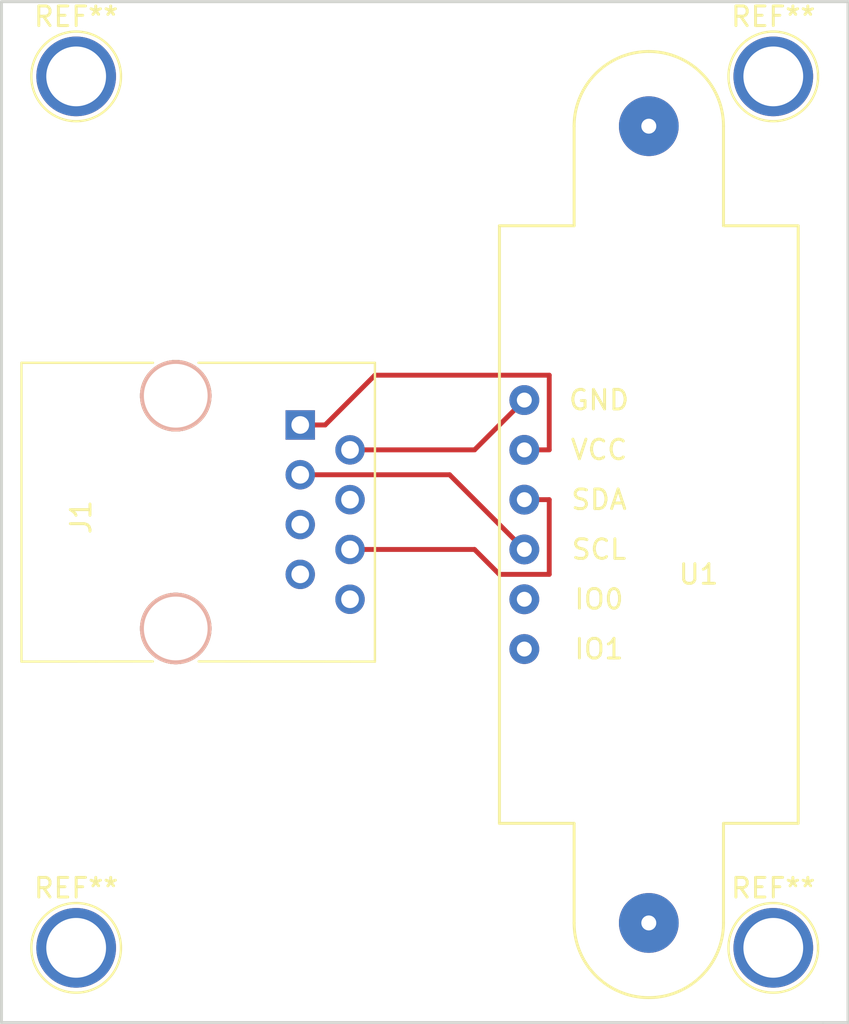
<source format=kicad_pcb>
(kicad_pcb (version 4) (host pcbnew 4.0.6)

  (general
    (links 4)
    (no_connects 0)
    (area 184.074999 68.504999 226.135001 119.455001)
    (thickness 1.6)
    (drawings 6)
    (tracks 14)
    (zones 0)
    (modules 6)
    (nets 11)
  )

  (page A4)
  (title_block
    (title pod_health_time_of_flight_board)
  )

  (layers
    (0 F.Cu signal)
    (31 B.Cu signal)
    (32 B.Adhes user)
    (33 F.Adhes user)
    (34 B.Paste user)
    (35 F.Paste user)
    (36 B.SilkS user)
    (37 F.SilkS user)
    (38 B.Mask user)
    (39 F.Mask user)
    (40 Dwgs.User user)
    (41 Cmts.User user)
    (42 Eco1.User user)
    (43 Eco2.User user)
    (44 Edge.Cuts user)
    (45 Margin user)
    (46 B.CrtYd user)
    (47 F.CrtYd user)
    (48 B.Fab user)
    (49 F.Fab user)
  )

  (setup
    (last_trace_width 0.25)
    (trace_clearance 0.2)
    (zone_clearance 0.508)
    (zone_45_only no)
    (trace_min 0.2)
    (segment_width 0.2)
    (edge_width 0.15)
    (via_size 0.6)
    (via_drill 0.4)
    (via_min_size 0.4)
    (via_min_drill 0.3)
    (uvia_size 0.3)
    (uvia_drill 0.1)
    (uvias_allowed no)
    (uvia_min_size 0.2)
    (uvia_min_drill 0.1)
    (pcb_text_width 0.3)
    (pcb_text_size 1.5 1.5)
    (mod_edge_width 0.15)
    (mod_text_size 1 1)
    (mod_text_width 0.15)
    (pad_size 1.524 1.524)
    (pad_drill 0.762)
    (pad_to_mask_clearance 0.2)
    (aux_axis_origin 0 0)
    (visible_elements 7FFFFFFF)
    (pcbplotparams
      (layerselection 0x00030_80000001)
      (usegerberextensions false)
      (excludeedgelayer true)
      (linewidth 0.100000)
      (plotframeref false)
      (viasonmask false)
      (mode 1)
      (useauxorigin false)
      (hpglpennumber 1)
      (hpglpenspeed 20)
      (hpglpendiameter 15)
      (hpglpenoverlay 2)
      (psnegative false)
      (psa4output false)
      (plotreference true)
      (plotvalue true)
      (plotinvisibletext false)
      (padsonsilk false)
      (subtractmaskfromsilk false)
      (outputformat 1)
      (mirror false)
      (drillshape 1)
      (scaleselection 1)
      (outputdirectory ""))
  )

  (net 0 "")
  (net 1 "Net-(J1-Pad1)")
  (net 2 "Net-(J1-Pad2)")
  (net 3 "Net-(J1-Pad3)")
  (net 4 "Net-(J1-Pad4)")
  (net 5 "Net-(J1-Pad5)")
  (net 6 "Net-(J1-Pad6)")
  (net 7 "Net-(J1-Pad7)")
  (net 8 "Net-(J1-Pad8)")
  (net 9 "Net-(U1-Pad2)")
  (net 10 "Net-(U1-Pad1)")

  (net_class Default "This is the default net class."
    (clearance 0.2)
    (trace_width 0.25)
    (via_dia 0.6)
    (via_drill 0.4)
    (uvia_dia 0.3)
    (uvia_drill 0.1)
    (add_net "Net-(J1-Pad1)")
    (add_net "Net-(J1-Pad2)")
    (add_net "Net-(J1-Pad3)")
    (add_net "Net-(J1-Pad4)")
    (add_net "Net-(J1-Pad5)")
    (add_net "Net-(J1-Pad6)")
    (add_net "Net-(J1-Pad7)")
    (add_net "Net-(J1-Pad8)")
    (add_net "Net-(U1-Pad1)")
    (add_net "Net-(U1-Pad2)")
  )

  (module Connectors:RJ45_8 (layer F.Cu) (tedit 0) (tstamp 58ED4F37)
    (at 199.39 88.9 270)
    (tags RJ45)
    (path /58D9D58C)
    (fp_text reference J1 (at 4.7 11.18 270) (layer F.SilkS)
      (effects (font (size 1 1) (thickness 0.15)))
    )
    (fp_text value RJ45 (at 4.59 6.25 270) (layer F.Fab)
      (effects (font (size 1 1) (thickness 0.15)))
    )
    (fp_line (start -3.17 14.22) (end 12.07 14.22) (layer F.SilkS) (width 0.12))
    (fp_line (start 12.07 -3.81) (end 12.06 5.18) (layer F.SilkS) (width 0.12))
    (fp_line (start 12.07 -3.81) (end -3.17 -3.81) (layer F.SilkS) (width 0.12))
    (fp_line (start -3.17 -3.81) (end -3.17 5.19) (layer F.SilkS) (width 0.12))
    (fp_line (start 12.06 7.52) (end 12.07 14.22) (layer F.SilkS) (width 0.12))
    (fp_line (start -3.17 7.51) (end -3.17 14.22) (layer F.SilkS) (width 0.12))
    (fp_line (start -3.56 -4.06) (end 12.46 -4.06) (layer F.CrtYd) (width 0.05))
    (fp_line (start -3.56 -4.06) (end -3.56 14.47) (layer F.CrtYd) (width 0.05))
    (fp_line (start 12.46 14.47) (end 12.46 -4.06) (layer F.CrtYd) (width 0.05))
    (fp_line (start 12.46 14.47) (end -3.56 14.47) (layer F.CrtYd) (width 0.05))
    (pad Hole np_thru_hole circle (at 10.38 6.35 270) (size 3.65 3.65) (drill 3.25) (layers *.Cu *.SilkS *.Mask))
    (pad Hole np_thru_hole circle (at -1.49 6.35 270) (size 3.65 3.65) (drill 3.25) (layers *.Cu *.SilkS *.Mask))
    (pad 1 thru_hole rect (at 0 0 270) (size 1.5 1.5) (drill 0.9) (layers *.Cu *.Mask)
      (net 1 "Net-(J1-Pad1)"))
    (pad 2 thru_hole circle (at 1.27 -2.54 270) (size 1.5 1.5) (drill 0.9) (layers *.Cu *.Mask)
      (net 2 "Net-(J1-Pad2)"))
    (pad 3 thru_hole circle (at 2.54 0 270) (size 1.5 1.5) (drill 0.9) (layers *.Cu *.Mask)
      (net 3 "Net-(J1-Pad3)"))
    (pad 4 thru_hole circle (at 3.81 -2.54 270) (size 1.5 1.5) (drill 0.9) (layers *.Cu *.Mask)
      (net 4 "Net-(J1-Pad4)"))
    (pad 5 thru_hole circle (at 5.08 0 270) (size 1.5 1.5) (drill 0.9) (layers *.Cu *.Mask)
      (net 5 "Net-(J1-Pad5)"))
    (pad 6 thru_hole circle (at 6.35 -2.54 270) (size 1.5 1.5) (drill 0.9) (layers *.Cu *.Mask)
      (net 6 "Net-(J1-Pad6)"))
    (pad 7 thru_hole circle (at 7.62 0 270) (size 1.5 1.5) (drill 0.9) (layers *.Cu *.Mask)
      (net 7 "Net-(J1-Pad7)"))
    (pad 8 thru_hole circle (at 8.89 -2.54 270) (size 1.5 1.5) (drill 0.9) (layers *.Cu *.Mask)
      (net 8 "Net-(J1-Pad8)"))
    (model Connectors.3dshapes/RJ45_8.wrl
      (at (xyz 0.18 -0.25 0))
      (scale (xyz 0.4 0.4 0.4))
      (rotate (xyz 0 0 0))
    )
  )

  (module vl1680_footprint:VL6180 (layer F.Cu) (tedit 58ED4D74) (tstamp 58ED4F57)
    (at 213.36 93.98)
    (descr "VL6180 footprint")
    (path /58DA9061)
    (fp_text reference U1 (at 6.35 2.54) (layer F.SilkS)
      (effects (font (size 1 1) (thickness 0.15)))
    )
    (fp_text value VL6180 (at 6.35 -1.27) (layer F.Fab)
      (effects (font (size 1 1) (thickness 0.15)))
    )
    (fp_arc (start 3.81 20.32) (end 7.62 20.32) (angle 90) (layer F.SilkS) (width 0.15))
    (fp_arc (start 3.81 20.32) (end 3.81 24.13) (angle 90) (layer F.SilkS) (width 0.15))
    (fp_arc (start 3.81 -20.32) (end 3.81 -24.13) (angle 90) (layer F.SilkS) (width 0.15))
    (fp_arc (start 3.81 -20.32) (end 0 -20.32) (angle 90) (layer F.SilkS) (width 0.15))
    (fp_line (start 7.62 15.24) (end 7.62 20.32) (layer F.SilkS) (width 0.15))
    (fp_line (start 0 15.24) (end 0 20.32) (layer F.SilkS) (width 0.15))
    (fp_line (start 7.62 -15.24) (end 7.62 -20.32) (layer F.SilkS) (width 0.15))
    (fp_line (start 0 -15.24) (end 0 -20.32) (layer F.SilkS) (width 0.15))
    (fp_line (start -3.81 15.24) (end 0 15.24) (layer F.SilkS) (width 0.15))
    (fp_line (start 11.43 15.24) (end 7.62 15.24) (layer F.SilkS) (width 0.15))
    (fp_line (start 11.43 -15.24) (end 7.62 -15.24) (layer F.SilkS) (width 0.15))
    (fp_line (start -3.81 -15.24) (end 0 -15.24) (layer F.SilkS) (width 0.15))
    (fp_line (start 11.43 15.24) (end 11.43 -15.24) (layer F.SilkS) (width 0.15))
    (fp_line (start -3.81 -15.24) (end -3.81 15.24) (layer F.SilkS) (width 0.15))
    (fp_text user SDA (at 1.27 -1.27) (layer F.SilkS)
      (effects (font (size 1 1) (thickness 0.15)))
    )
    (fp_text user SCL (at 1.27 1.27 180) (layer F.SilkS)
      (effects (font (size 1 1) (thickness 0.15)))
    )
    (fp_text user GND (at 1.27 -6.35) (layer F.SilkS)
      (effects (font (size 1 1) (thickness 0.15)))
    )
    (fp_text user VCC (at 1.27 -3.81) (layer F.SilkS)
      (effects (font (size 1 1) (thickness 0.15)))
    )
    (fp_text user IO0 (at 1.27 3.81 180) (layer F.SilkS)
      (effects (font (size 1 1) (thickness 0.15)))
    )
    (fp_text user IO1 (at 1.27 6.35 180) (layer F.SilkS)
      (effects (font (size 1 1) (thickness 0.15)))
    )
    (pad 3 thru_hole circle (at -2.54 1.27) (size 1.524 1.524) (drill 0.762) (layers *.Cu *.Mask)
      (net 3 "Net-(J1-Pad3)"))
    (pad 4 thru_hole circle (at -2.54 -1.27) (size 1.524 1.524) (drill 0.762) (layers *.Cu *.Mask)
      (net 6 "Net-(J1-Pad6)"))
    (pad 5 thru_hole circle (at -2.54 -3.81) (size 1.524 1.524) (drill 0.762) (layers *.Cu *.Mask)
      (net 1 "Net-(J1-Pad1)"))
    (pad 2 thru_hole circle (at -2.54 3.81) (size 1.524 1.524) (drill 0.762) (layers *.Cu *.Mask)
      (net 9 "Net-(U1-Pad2)"))
    (pad 1 thru_hole circle (at -2.54 6.35) (size 1.524 1.524) (drill 0.762) (layers *.Cu *.Mask)
      (net 10 "Net-(U1-Pad1)"))
    (pad 6 thru_hole circle (at -2.54 -6.35) (size 1.524 1.524) (drill 0.762) (layers *.Cu *.Mask)
      (net 2 "Net-(J1-Pad2)"))
    (pad "" np_thru_hole circle (at 3.81 -20.32) (size 3.048 3.048) (drill 0.762) (layers *.Cu *.Mask))
    (pad "" np_thru_hole circle (at 3.81 20.32) (size 3.048 3.048) (drill 0.762) (layers *.Cu *.Mask))
  )

  (module Connectors:1pin (layer F.Cu) (tedit 5861332C) (tstamp 58ED95E0)
    (at 223.52 71.12)
    (descr "module 1 pin (ou trou mecanique de percage)")
    (tags DEV)
    (fp_text reference REF** (at 0 -3.048) (layer F.SilkS)
      (effects (font (size 1 1) (thickness 0.15)))
    )
    (fp_text value 1pin (at 0 3) (layer F.Fab)
      (effects (font (size 1 1) (thickness 0.15)))
    )
    (fp_circle (center 0 0) (end 2 0.8) (layer F.Fab) (width 0.1))
    (fp_circle (center 0 0) (end 2.6 0) (layer F.CrtYd) (width 0.05))
    (fp_circle (center 0 0) (end 0 -2.286) (layer F.SilkS) (width 0.12))
    (pad 1 thru_hole circle (at 0 0) (size 4.064 4.064) (drill 3.048) (layers *.Cu *.Mask))
  )

  (module Connectors:1pin (layer F.Cu) (tedit 5861332C) (tstamp 58ED95E5)
    (at 187.96 71.12)
    (descr "module 1 pin (ou trou mecanique de percage)")
    (tags DEV)
    (fp_text reference REF** (at 0 -3.048) (layer F.SilkS)
      (effects (font (size 1 1) (thickness 0.15)))
    )
    (fp_text value 1pin (at 0 3) (layer F.Fab)
      (effects (font (size 1 1) (thickness 0.15)))
    )
    (fp_circle (center 0 0) (end 2 0.8) (layer F.Fab) (width 0.1))
    (fp_circle (center 0 0) (end 2.6 0) (layer F.CrtYd) (width 0.05))
    (fp_circle (center 0 0) (end 0 -2.286) (layer F.SilkS) (width 0.12))
    (pad 1 thru_hole circle (at 0 0) (size 4.064 4.064) (drill 3.048) (layers *.Cu *.Mask))
  )

  (module Connectors:1pin (layer F.Cu) (tedit 5861332C) (tstamp 58ED95ED)
    (at 187.96 115.57)
    (descr "module 1 pin (ou trou mecanique de percage)")
    (tags DEV)
    (fp_text reference REF** (at 0 -3.048) (layer F.SilkS)
      (effects (font (size 1 1) (thickness 0.15)))
    )
    (fp_text value 1pin (at 0 3) (layer F.Fab)
      (effects (font (size 1 1) (thickness 0.15)))
    )
    (fp_circle (center 0 0) (end 2 0.8) (layer F.Fab) (width 0.1))
    (fp_circle (center 0 0) (end 2.6 0) (layer F.CrtYd) (width 0.05))
    (fp_circle (center 0 0) (end 0 -2.286) (layer F.SilkS) (width 0.12))
    (pad 1 thru_hole circle (at 0 0) (size 4.064 4.064) (drill 3.048) (layers *.Cu *.Mask))
  )

  (module Connectors:1pin (layer F.Cu) (tedit 5861332C) (tstamp 58ED95FA)
    (at 223.52 115.57)
    (descr "module 1 pin (ou trou mecanique de percage)")
    (tags DEV)
    (fp_text reference REF** (at 0 -3.048) (layer F.SilkS)
      (effects (font (size 1 1) (thickness 0.15)))
    )
    (fp_text value 1pin (at 0 3) (layer F.Fab)
      (effects (font (size 1 1) (thickness 0.15)))
    )
    (fp_circle (center 0 0) (end 2 0.8) (layer F.Fab) (width 0.1))
    (fp_circle (center 0 0) (end 2.6 0) (layer F.CrtYd) (width 0.05))
    (fp_circle (center 0 0) (end 0 -2.286) (layer F.SilkS) (width 0.12))
    (pad 1 thru_hole circle (at 0 0) (size 4.064 4.064) (drill 3.048) (layers *.Cu *.Mask))
  )

  (gr_line (start 184.15 67.31) (end 184.15 68.58) (angle 90) (layer Edge.Cuts) (width 0.15))
  (gr_line (start 227.33 67.31) (end 184.15 67.31) (angle 90) (layer Edge.Cuts) (width 0.15))
  (gr_line (start 227.33 119.38) (end 227.33 67.31) (angle 90) (layer Edge.Cuts) (width 0.15))
  (gr_line (start 226.06 119.38) (end 227.33 119.38) (angle 90) (layer Edge.Cuts) (width 0.15))
  (gr_line (start 184.15 119.38) (end 184.15 68.58) (angle 90) (layer Edge.Cuts) (width 0.15))
  (gr_line (start 226.06 119.38) (end 184.15 119.38) (angle 90) (layer Edge.Cuts) (width 0.15))

  (segment (start 199.39 88.9) (end 200.66 88.9) (width 0.25) (layer F.Cu) (net 1))
  (segment (start 212.09 90.17) (end 210.82 90.17) (width 0.25) (layer F.Cu) (net 1) (tstamp 58ED4FD1))
  (segment (start 212.09 86.36) (end 212.09 90.17) (width 0.25) (layer F.Cu) (net 1) (tstamp 58ED4FD0))
  (segment (start 203.2 86.36) (end 212.09 86.36) (width 0.25) (layer F.Cu) (net 1) (tstamp 58ED4FCE))
  (segment (start 200.66 88.9) (end 203.2 86.36) (width 0.25) (layer F.Cu) (net 1) (tstamp 58ED4FCC))
  (segment (start 201.93 90.17) (end 208.28 90.17) (width 0.25) (layer F.Cu) (net 2))
  (segment (start 208.28 90.17) (end 210.82 87.63) (width 0.25) (layer F.Cu) (net 2) (tstamp 58ED4FD4))
  (segment (start 199.39 91.44) (end 207.01 91.44) (width 0.25) (layer F.Cu) (net 3))
  (segment (start 207.01 91.44) (end 210.82 95.25) (width 0.25) (layer F.Cu) (net 3) (tstamp 58ED4FE6))
  (segment (start 201.93 95.25) (end 208.28 95.25) (width 0.25) (layer F.Cu) (net 6))
  (segment (start 212.09 92.71) (end 210.82 92.71) (width 0.25) (layer F.Cu) (net 6) (tstamp 58ED4FDE))
  (segment (start 212.09 96.52) (end 212.09 92.71) (width 0.25) (layer F.Cu) (net 6) (tstamp 58ED4FDD))
  (segment (start 209.55 96.52) (end 212.09 96.52) (width 0.25) (layer F.Cu) (net 6) (tstamp 58ED4FDB))
  (segment (start 208.28 95.25) (end 209.55 96.52) (width 0.25) (layer F.Cu) (net 6) (tstamp 58ED4FD9))

)

</source>
